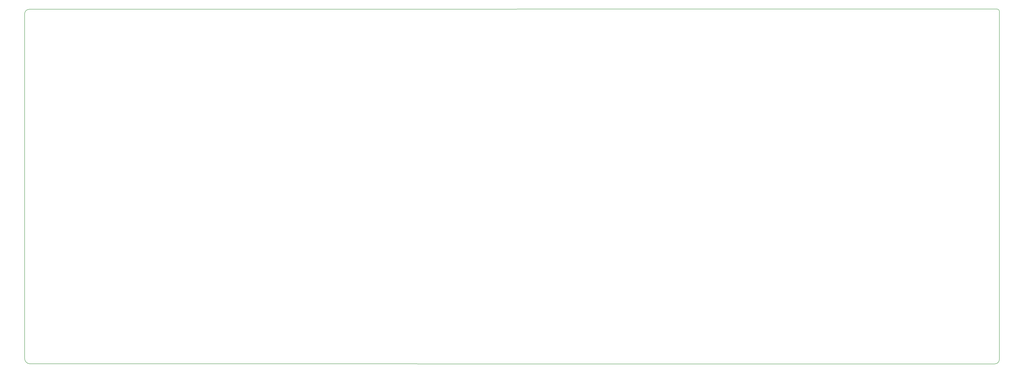
<source format=gbr>
%TF.GenerationSoftware,KiCad,Pcbnew,(5.1.9)-1*%
%TF.CreationDate,2021-04-17T21:50:16+01:00*%
%TF.ProjectId,ENV_KB,454e565f-4b42-42e6-9b69-6361645f7063,Rev.1*%
%TF.SameCoordinates,Original*%
%TF.FileFunction,Profile,NP*%
%FSLAX46Y46*%
G04 Gerber Fmt 4.6, Leading zero omitted, Abs format (unit mm)*
G04 Created by KiCad (PCBNEW (5.1.9)-1) date 2021-04-17 21:50:16*
%MOMM*%
%LPD*%
G01*
G04 APERTURE LIST*
%TA.AperFunction,Profile*%
%ADD10C,0.200000*%
%TD*%
G04 APERTURE END LIST*
D10*
X136849390Y-105600000D02*
X562725000Y-105525000D01*
X480850000Y-261925000D02*
X137101405Y-261900000D01*
X480850000Y-261925000D02*
X561725000Y-261925000D01*
X563725000Y-106525000D02*
X563725000Y-259925000D01*
X563725000Y-259925000D02*
G75*
G02*
X561725000Y-261925000I-2000000J0D01*
G01*
X562725000Y-105525000D02*
G75*
G02*
X563725000Y-106525000I0J-1000000D01*
G01*
X134800000Y-107600000D02*
G75*
G02*
X136849390Y-105600000I2049390J-50000D01*
G01*
X137101405Y-261900001D02*
G75*
G02*
X134800000Y-259378596I121229J2421655D01*
G01*
X134800000Y-259378596D02*
X134800000Y-107600000D01*
M02*

</source>
